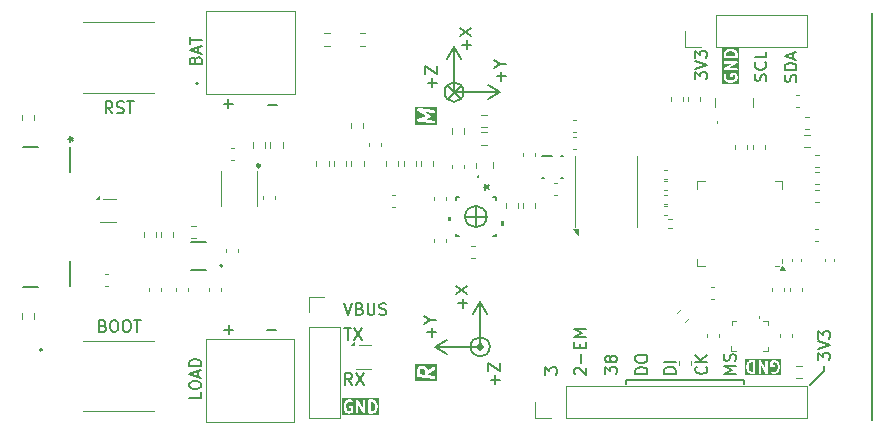
<source format=gto>
%TF.GenerationSoftware,KiCad,Pcbnew,8.0.2*%
%TF.CreationDate,2024-06-21T01:26:05+01:00*%
%TF.ProjectId,ESP32S3_PCB_V1,45535033-3253-4335-9f50-43425f56312e,1*%
%TF.SameCoordinates,Original*%
%TF.FileFunction,Legend,Top*%
%TF.FilePolarity,Positive*%
%FSLAX46Y46*%
G04 Gerber Fmt 4.6, Leading zero omitted, Abs format (unit mm)*
G04 Created by KiCad (PCBNEW 8.0.2) date 2024-06-21 01:26:05*
%MOMM*%
%LPD*%
G01*
G04 APERTURE LIST*
%ADD10C,0.153000*%
%ADD11C,0.200000*%
%ADD12C,0.250000*%
%ADD13C,0.120000*%
%ADD14C,0.100000*%
%ADD15C,0.350000*%
%ADD16C,0.152400*%
%ADD17C,0.000000*%
%ADD18C,0.177800*%
G04 APERTURE END LIST*
D10*
X153560220Y-94500000D02*
X151739780Y-94500000D01*
X165360000Y-108370000D02*
X175330000Y-108370000D01*
X182090000Y-107580000D02*
X182090000Y-107140000D01*
X165360000Y-108690000D02*
X165360000Y-108370000D01*
X180920000Y-108720000D02*
X182090000Y-107580000D01*
D11*
X153560220Y-94500000D02*
G75*
G02*
X151739780Y-94500000I-910220J0D01*
G01*
X151739780Y-94500000D02*
G75*
G02*
X153560220Y-94500000I910220J0D01*
G01*
X186175000Y-77300000D02*
X186175000Y-111700000D01*
D10*
X175330000Y-108370000D02*
X175330000Y-108700000D01*
X152650000Y-95410220D02*
X152650000Y-93589780D01*
D11*
G36*
X176114404Y-107633513D02*
G01*
X175995291Y-107634401D01*
X175887447Y-107599801D01*
X175820307Y-107534314D01*
X175784686Y-107465707D01*
X175741207Y-107298142D01*
X175739801Y-107179335D01*
X175780041Y-107012062D01*
X175815963Y-106937392D01*
X175883271Y-106868386D01*
X175986453Y-106832691D01*
X176112893Y-106831748D01*
X176114404Y-107633513D01*
G37*
G36*
X178519056Y-107943891D02*
G01*
X175430168Y-107943891D01*
X175430168Y-107161352D01*
X175541279Y-107161352D01*
X175542906Y-107298925D01*
X175541397Y-107309070D01*
X175543168Y-107321048D01*
X175543200Y-107323718D01*
X175543764Y-107325081D01*
X175544265Y-107328463D01*
X175591769Y-107511542D01*
X175592449Y-107521098D01*
X175598040Y-107535710D01*
X175598479Y-107537399D01*
X175598909Y-107537979D01*
X175599455Y-107539406D01*
X175648795Y-107634435D01*
X175653370Y-107645480D01*
X175656526Y-107649326D01*
X175657517Y-107651234D01*
X175659511Y-107652963D01*
X175665806Y-107660634D01*
X175751750Y-107744462D01*
X175752756Y-107746473D01*
X175762285Y-107754738D01*
X175776198Y-107768308D01*
X175779516Y-107769682D01*
X175782232Y-107772038D01*
X175800132Y-107780029D01*
X175943216Y-107825935D01*
X175955103Y-107830859D01*
X175960095Y-107831350D01*
X175962104Y-107831995D01*
X175964738Y-107831807D01*
X175974612Y-107832780D01*
X176232216Y-107830859D01*
X176268264Y-107815927D01*
X176295854Y-107788337D01*
X176310786Y-107752289D01*
X176312707Y-107732780D01*
X176310823Y-106732780D01*
X176588898Y-106732780D01*
X176590819Y-107752289D01*
X176605751Y-107788337D01*
X176633341Y-107815927D01*
X176669389Y-107830859D01*
X176708407Y-107830859D01*
X176744455Y-107815927D01*
X176772045Y-107788337D01*
X176786977Y-107752289D01*
X176788898Y-107732780D01*
X176787717Y-107106036D01*
X177172215Y-107776354D01*
X177177179Y-107788337D01*
X177181658Y-107792816D01*
X177184849Y-107798379D01*
X177195365Y-107806523D01*
X177204769Y-107815927D01*
X177210656Y-107818365D01*
X177215698Y-107822270D01*
X177228530Y-107825769D01*
X177240817Y-107830859D01*
X177247193Y-107830859D01*
X177253342Y-107832536D01*
X177266535Y-107830859D01*
X177279835Y-107830859D01*
X177285723Y-107828419D01*
X177292048Y-107827616D01*
X177303597Y-107821015D01*
X177315883Y-107815927D01*
X177320390Y-107811419D01*
X177325925Y-107808257D01*
X177334069Y-107797740D01*
X177343473Y-107788337D01*
X177345911Y-107782449D01*
X177349816Y-107777408D01*
X177353315Y-107764575D01*
X177358405Y-107752289D01*
X177359387Y-107742311D01*
X177360082Y-107739765D01*
X177359831Y-107737797D01*
X177360326Y-107732780D01*
X177358621Y-106828019D01*
X177588898Y-106828019D01*
X177590819Y-107180861D01*
X177605751Y-107216909D01*
X177633341Y-107244499D01*
X177669389Y-107259431D01*
X177688898Y-107261352D01*
X177898883Y-107259431D01*
X177934931Y-107244499D01*
X177962521Y-107216909D01*
X177977453Y-107180861D01*
X177977453Y-107141843D01*
X177962521Y-107105795D01*
X177934931Y-107078205D01*
X177898883Y-107063273D01*
X177879374Y-107061352D01*
X177788358Y-107062184D01*
X177787310Y-106869775D01*
X177788939Y-106868072D01*
X177891549Y-106832576D01*
X177955036Y-106831513D01*
X178061776Y-106865759D01*
X178128917Y-106931247D01*
X178164537Y-106999851D01*
X178208016Y-107167418D01*
X178209422Y-107286226D01*
X178169182Y-107453498D01*
X178133260Y-107528168D01*
X178065953Y-107597174D01*
X177962614Y-107632921D01*
X177857413Y-107634166D01*
X177762930Y-107588712D01*
X177724010Y-107585946D01*
X177686994Y-107598285D01*
X177657517Y-107623849D01*
X177640068Y-107658748D01*
X177637302Y-107697668D01*
X177649641Y-107734684D01*
X177675205Y-107764161D01*
X177691796Y-107774604D01*
X177774813Y-107814542D01*
X177776198Y-107815927D01*
X177786947Y-107820379D01*
X177805342Y-107829229D01*
X177808925Y-107829483D01*
X177812246Y-107830859D01*
X177831755Y-107832780D01*
X177974415Y-107831092D01*
X177987119Y-107831995D01*
X177992004Y-107830884D01*
X177994121Y-107830859D01*
X177996563Y-107829847D01*
X178006235Y-107827648D01*
X178134609Y-107783240D01*
X178136978Y-107783240D01*
X178148974Y-107778270D01*
X178166992Y-107772038D01*
X178169707Y-107769682D01*
X178173026Y-107768308D01*
X178188180Y-107755872D01*
X178282191Y-107659487D01*
X178291707Y-107651235D01*
X178294374Y-107646996D01*
X178295854Y-107645480D01*
X178296863Y-107643042D01*
X178302150Y-107634644D01*
X178345578Y-107544372D01*
X178350745Y-107537399D01*
X178355973Y-107522764D01*
X178356775Y-107521098D01*
X178356826Y-107520377D01*
X178357340Y-107518939D01*
X178401919Y-107333626D01*
X178406024Y-107323718D01*
X178407216Y-107311608D01*
X178407827Y-107309070D01*
X178407609Y-107307611D01*
X178407945Y-107304209D01*
X178406317Y-107166635D01*
X178407827Y-107156491D01*
X178406055Y-107144512D01*
X178406024Y-107141843D01*
X178405459Y-107140479D01*
X178404959Y-107137098D01*
X178357454Y-106954018D01*
X178356775Y-106944463D01*
X178351182Y-106929847D01*
X178350745Y-106928162D01*
X178350315Y-106927582D01*
X178349769Y-106926154D01*
X178300426Y-106831120D01*
X178295854Y-106820081D01*
X178292698Y-106816236D01*
X178291707Y-106814326D01*
X178289709Y-106812593D01*
X178283418Y-106804927D01*
X178197473Y-106721099D01*
X178196469Y-106719089D01*
X178186939Y-106710823D01*
X178173026Y-106697253D01*
X178169707Y-106695878D01*
X178166993Y-106693524D01*
X178149093Y-106685532D01*
X178006008Y-106639625D01*
X177994121Y-106634701D01*
X177989128Y-106634209D01*
X177987120Y-106633565D01*
X177984485Y-106633752D01*
X177974612Y-106632780D01*
X177878468Y-106634389D01*
X177866866Y-106633565D01*
X177862030Y-106634664D01*
X177859865Y-106634701D01*
X177857423Y-106635712D01*
X177847751Y-106637912D01*
X177719375Y-106682322D01*
X177717008Y-106682322D01*
X177705012Y-106687290D01*
X177686993Y-106693524D01*
X177684278Y-106695877D01*
X177680959Y-106697253D01*
X177665806Y-106709690D01*
X177605751Y-106772462D01*
X177590819Y-106808510D01*
X177588898Y-106828019D01*
X177358621Y-106828019D01*
X177358405Y-106713271D01*
X177343473Y-106677223D01*
X177315883Y-106649633D01*
X177279835Y-106634701D01*
X177240817Y-106634701D01*
X177204769Y-106649633D01*
X177177179Y-106677223D01*
X177162247Y-106713271D01*
X177160326Y-106732780D01*
X177161506Y-107359523D01*
X176777008Y-106689205D01*
X176772045Y-106677223D01*
X176767565Y-106672743D01*
X176764375Y-106667181D01*
X176753860Y-106659038D01*
X176744455Y-106649633D01*
X176738564Y-106647193D01*
X176733526Y-106643291D01*
X176720697Y-106639792D01*
X176708407Y-106634701D01*
X176702032Y-106634701D01*
X176695883Y-106633024D01*
X176682690Y-106634701D01*
X176669389Y-106634701D01*
X176663500Y-106637140D01*
X176657176Y-106637944D01*
X176645626Y-106644544D01*
X176633341Y-106649633D01*
X176628833Y-106654140D01*
X176623299Y-106657303D01*
X176615156Y-106667817D01*
X176605751Y-106677223D01*
X176603311Y-106683113D01*
X176599409Y-106688152D01*
X176595910Y-106700980D01*
X176590819Y-106713271D01*
X176589836Y-106723248D01*
X176589142Y-106725795D01*
X176589392Y-106727762D01*
X176588898Y-106732780D01*
X176310823Y-106732780D01*
X176310786Y-106713271D01*
X176295854Y-106677223D01*
X176268264Y-106649633D01*
X176232216Y-106634701D01*
X176212707Y-106632780D01*
X175975905Y-106634545D01*
X175962104Y-106633565D01*
X175957176Y-106634685D01*
X175955103Y-106634701D01*
X175952661Y-106635712D01*
X175942989Y-106637912D01*
X175814616Y-106682321D01*
X175812246Y-106682321D01*
X175800242Y-106687293D01*
X175782231Y-106693524D01*
X175779516Y-106695878D01*
X175776198Y-106697253D01*
X175761044Y-106709689D01*
X175667027Y-106806078D01*
X175657517Y-106814327D01*
X175654850Y-106818563D01*
X175653370Y-106820081D01*
X175652359Y-106822520D01*
X175647074Y-106830917D01*
X175603645Y-106921188D01*
X175598479Y-106928162D01*
X175593251Y-106942794D01*
X175592449Y-106944463D01*
X175592397Y-106945185D01*
X175591884Y-106946623D01*
X175547304Y-107131933D01*
X175543200Y-107141843D01*
X175542007Y-107153952D01*
X175541397Y-107156491D01*
X175541614Y-107157949D01*
X175541279Y-107161352D01*
X175430168Y-107161352D01*
X175430168Y-106521669D01*
X178519056Y-106521669D01*
X178519056Y-107943891D01*
G37*
X142171101Y-108737219D02*
X141837768Y-108261028D01*
X141599673Y-108737219D02*
X141599673Y-107737219D01*
X141599673Y-107737219D02*
X141980625Y-107737219D01*
X141980625Y-107737219D02*
X142075863Y-107784838D01*
X142075863Y-107784838D02*
X142123482Y-107832457D01*
X142123482Y-107832457D02*
X142171101Y-107927695D01*
X142171101Y-107927695D02*
X142171101Y-108070552D01*
X142171101Y-108070552D02*
X142123482Y-108165790D01*
X142123482Y-108165790D02*
X142075863Y-108213409D01*
X142075863Y-108213409D02*
X141980625Y-108261028D01*
X141980625Y-108261028D02*
X141599673Y-108261028D01*
X142504435Y-107737219D02*
X143171101Y-108737219D01*
X143171101Y-107737219D02*
X142504435Y-108737219D01*
X161062457Y-107857945D02*
X161014838Y-107810326D01*
X161014838Y-107810326D02*
X160967219Y-107715088D01*
X160967219Y-107715088D02*
X160967219Y-107476993D01*
X160967219Y-107476993D02*
X161014838Y-107381755D01*
X161014838Y-107381755D02*
X161062457Y-107334136D01*
X161062457Y-107334136D02*
X161157695Y-107286517D01*
X161157695Y-107286517D02*
X161252933Y-107286517D01*
X161252933Y-107286517D02*
X161395790Y-107334136D01*
X161395790Y-107334136D02*
X161967219Y-107905564D01*
X161967219Y-107905564D02*
X161967219Y-107286517D01*
X161586266Y-106857945D02*
X161586266Y-106096041D01*
X161443409Y-105619850D02*
X161443409Y-105286517D01*
X161967219Y-105143660D02*
X161967219Y-105619850D01*
X161967219Y-105619850D02*
X160967219Y-105619850D01*
X160967219Y-105619850D02*
X160967219Y-105143660D01*
X161967219Y-104715088D02*
X160967219Y-104715088D01*
X160967219Y-104715088D02*
X161681504Y-104381755D01*
X161681504Y-104381755D02*
X160967219Y-104048422D01*
X160967219Y-104048422D02*
X161967219Y-104048422D01*
X163597219Y-107835564D02*
X163597219Y-107216517D01*
X163597219Y-107216517D02*
X163978171Y-107549850D01*
X163978171Y-107549850D02*
X163978171Y-107406993D01*
X163978171Y-107406993D02*
X164025790Y-107311755D01*
X164025790Y-107311755D02*
X164073409Y-107264136D01*
X164073409Y-107264136D02*
X164168647Y-107216517D01*
X164168647Y-107216517D02*
X164406742Y-107216517D01*
X164406742Y-107216517D02*
X164501980Y-107264136D01*
X164501980Y-107264136D02*
X164549600Y-107311755D01*
X164549600Y-107311755D02*
X164597219Y-107406993D01*
X164597219Y-107406993D02*
X164597219Y-107692707D01*
X164597219Y-107692707D02*
X164549600Y-107787945D01*
X164549600Y-107787945D02*
X164501980Y-107835564D01*
X164025790Y-106645088D02*
X163978171Y-106740326D01*
X163978171Y-106740326D02*
X163930552Y-106787945D01*
X163930552Y-106787945D02*
X163835314Y-106835564D01*
X163835314Y-106835564D02*
X163787695Y-106835564D01*
X163787695Y-106835564D02*
X163692457Y-106787945D01*
X163692457Y-106787945D02*
X163644838Y-106740326D01*
X163644838Y-106740326D02*
X163597219Y-106645088D01*
X163597219Y-106645088D02*
X163597219Y-106454612D01*
X163597219Y-106454612D02*
X163644838Y-106359374D01*
X163644838Y-106359374D02*
X163692457Y-106311755D01*
X163692457Y-106311755D02*
X163787695Y-106264136D01*
X163787695Y-106264136D02*
X163835314Y-106264136D01*
X163835314Y-106264136D02*
X163930552Y-106311755D01*
X163930552Y-106311755D02*
X163978171Y-106359374D01*
X163978171Y-106359374D02*
X164025790Y-106454612D01*
X164025790Y-106454612D02*
X164025790Y-106645088D01*
X164025790Y-106645088D02*
X164073409Y-106740326D01*
X164073409Y-106740326D02*
X164121028Y-106787945D01*
X164121028Y-106787945D02*
X164216266Y-106835564D01*
X164216266Y-106835564D02*
X164406742Y-106835564D01*
X164406742Y-106835564D02*
X164501980Y-106787945D01*
X164501980Y-106787945D02*
X164549600Y-106740326D01*
X164549600Y-106740326D02*
X164597219Y-106645088D01*
X164597219Y-106645088D02*
X164597219Y-106454612D01*
X164597219Y-106454612D02*
X164549600Y-106359374D01*
X164549600Y-106359374D02*
X164501980Y-106311755D01*
X164501980Y-106311755D02*
X164406742Y-106264136D01*
X164406742Y-106264136D02*
X164216266Y-106264136D01*
X164216266Y-106264136D02*
X164121028Y-106311755D01*
X164121028Y-106311755D02*
X164073409Y-106359374D01*
X164073409Y-106359374D02*
X164025790Y-106454612D01*
X172151980Y-107208898D02*
X172199600Y-107256517D01*
X172199600Y-107256517D02*
X172247219Y-107399374D01*
X172247219Y-107399374D02*
X172247219Y-107494612D01*
X172247219Y-107494612D02*
X172199600Y-107637469D01*
X172199600Y-107637469D02*
X172104361Y-107732707D01*
X172104361Y-107732707D02*
X172009123Y-107780326D01*
X172009123Y-107780326D02*
X171818647Y-107827945D01*
X171818647Y-107827945D02*
X171675790Y-107827945D01*
X171675790Y-107827945D02*
X171485314Y-107780326D01*
X171485314Y-107780326D02*
X171390076Y-107732707D01*
X171390076Y-107732707D02*
X171294838Y-107637469D01*
X171294838Y-107637469D02*
X171247219Y-107494612D01*
X171247219Y-107494612D02*
X171247219Y-107399374D01*
X171247219Y-107399374D02*
X171294838Y-107256517D01*
X171294838Y-107256517D02*
X171342457Y-107208898D01*
X172247219Y-106780326D02*
X171247219Y-106780326D01*
X172247219Y-106208898D02*
X171675790Y-106637469D01*
X171247219Y-106208898D02*
X171818647Y-106780326D01*
X131696266Y-85340326D02*
X131696266Y-84578422D01*
X132077219Y-84959374D02*
X131315314Y-84959374D01*
X179739600Y-83077945D02*
X179787219Y-82935088D01*
X179787219Y-82935088D02*
X179787219Y-82696993D01*
X179787219Y-82696993D02*
X179739600Y-82601755D01*
X179739600Y-82601755D02*
X179691980Y-82554136D01*
X179691980Y-82554136D02*
X179596742Y-82506517D01*
X179596742Y-82506517D02*
X179501504Y-82506517D01*
X179501504Y-82506517D02*
X179406266Y-82554136D01*
X179406266Y-82554136D02*
X179358647Y-82601755D01*
X179358647Y-82601755D02*
X179311028Y-82696993D01*
X179311028Y-82696993D02*
X179263409Y-82887469D01*
X179263409Y-82887469D02*
X179215790Y-82982707D01*
X179215790Y-82982707D02*
X179168171Y-83030326D01*
X179168171Y-83030326D02*
X179072933Y-83077945D01*
X179072933Y-83077945D02*
X178977695Y-83077945D01*
X178977695Y-83077945D02*
X178882457Y-83030326D01*
X178882457Y-83030326D02*
X178834838Y-82982707D01*
X178834838Y-82982707D02*
X178787219Y-82887469D01*
X178787219Y-82887469D02*
X178787219Y-82649374D01*
X178787219Y-82649374D02*
X178834838Y-82506517D01*
X179787219Y-82077945D02*
X178787219Y-82077945D01*
X178787219Y-82077945D02*
X178787219Y-81839850D01*
X178787219Y-81839850D02*
X178834838Y-81696993D01*
X178834838Y-81696993D02*
X178930076Y-81601755D01*
X178930076Y-81601755D02*
X179025314Y-81554136D01*
X179025314Y-81554136D02*
X179215790Y-81506517D01*
X179215790Y-81506517D02*
X179358647Y-81506517D01*
X179358647Y-81506517D02*
X179549123Y-81554136D01*
X179549123Y-81554136D02*
X179644361Y-81601755D01*
X179644361Y-81601755D02*
X179739600Y-81696993D01*
X179739600Y-81696993D02*
X179787219Y-81839850D01*
X179787219Y-81839850D02*
X179787219Y-82077945D01*
X179501504Y-81125564D02*
X179501504Y-80649374D01*
X179787219Y-81220802D02*
X178787219Y-80887469D01*
X178787219Y-80887469D02*
X179787219Y-80554136D01*
X174657219Y-107800326D02*
X173657219Y-107800326D01*
X173657219Y-107800326D02*
X174371504Y-107466993D01*
X174371504Y-107466993D02*
X173657219Y-107133660D01*
X173657219Y-107133660D02*
X174657219Y-107133660D01*
X174609600Y-106705088D02*
X174657219Y-106562231D01*
X174657219Y-106562231D02*
X174657219Y-106324136D01*
X174657219Y-106324136D02*
X174609600Y-106228898D01*
X174609600Y-106228898D02*
X174561980Y-106181279D01*
X174561980Y-106181279D02*
X174466742Y-106133660D01*
X174466742Y-106133660D02*
X174371504Y-106133660D01*
X174371504Y-106133660D02*
X174276266Y-106181279D01*
X174276266Y-106181279D02*
X174228647Y-106228898D01*
X174228647Y-106228898D02*
X174181028Y-106324136D01*
X174181028Y-106324136D02*
X174133409Y-106514612D01*
X174133409Y-106514612D02*
X174085790Y-106609850D01*
X174085790Y-106609850D02*
X174038171Y-106657469D01*
X174038171Y-106657469D02*
X173942933Y-106705088D01*
X173942933Y-106705088D02*
X173847695Y-106705088D01*
X173847695Y-106705088D02*
X173752457Y-106657469D01*
X173752457Y-106657469D02*
X173704838Y-106609850D01*
X173704838Y-106609850D02*
X173657219Y-106514612D01*
X173657219Y-106514612D02*
X173657219Y-106276517D01*
X173657219Y-106276517D02*
X173704838Y-106133660D01*
X181627219Y-106635564D02*
X181627219Y-106016517D01*
X181627219Y-106016517D02*
X182008171Y-106349850D01*
X182008171Y-106349850D02*
X182008171Y-106206993D01*
X182008171Y-106206993D02*
X182055790Y-106111755D01*
X182055790Y-106111755D02*
X182103409Y-106064136D01*
X182103409Y-106064136D02*
X182198647Y-106016517D01*
X182198647Y-106016517D02*
X182436742Y-106016517D01*
X182436742Y-106016517D02*
X182531980Y-106064136D01*
X182531980Y-106064136D02*
X182579600Y-106111755D01*
X182579600Y-106111755D02*
X182627219Y-106206993D01*
X182627219Y-106206993D02*
X182627219Y-106492707D01*
X182627219Y-106492707D02*
X182579600Y-106587945D01*
X182579600Y-106587945D02*
X182531980Y-106635564D01*
X181627219Y-105730802D02*
X182627219Y-105397469D01*
X182627219Y-105397469D02*
X181627219Y-105064136D01*
X181627219Y-104826040D02*
X181627219Y-104206993D01*
X181627219Y-104206993D02*
X182008171Y-104540326D01*
X182008171Y-104540326D02*
X182008171Y-104397469D01*
X182008171Y-104397469D02*
X182055790Y-104302231D01*
X182055790Y-104302231D02*
X182103409Y-104254612D01*
X182103409Y-104254612D02*
X182198647Y-104206993D01*
X182198647Y-104206993D02*
X182436742Y-104206993D01*
X182436742Y-104206993D02*
X182531980Y-104254612D01*
X182531980Y-104254612D02*
X182579600Y-104302231D01*
X182579600Y-104302231D02*
X182627219Y-104397469D01*
X182627219Y-104397469D02*
X182627219Y-104683183D01*
X182627219Y-104683183D02*
X182579600Y-104778421D01*
X182579600Y-104778421D02*
X182531980Y-104826040D01*
X134939673Y-104136266D02*
X135701578Y-104136266D01*
X167167219Y-107810326D02*
X166167219Y-107810326D01*
X166167219Y-107810326D02*
X166167219Y-107572231D01*
X166167219Y-107572231D02*
X166214838Y-107429374D01*
X166214838Y-107429374D02*
X166310076Y-107334136D01*
X166310076Y-107334136D02*
X166405314Y-107286517D01*
X166405314Y-107286517D02*
X166595790Y-107238898D01*
X166595790Y-107238898D02*
X166738647Y-107238898D01*
X166738647Y-107238898D02*
X166929123Y-107286517D01*
X166929123Y-107286517D02*
X167024361Y-107334136D01*
X167024361Y-107334136D02*
X167119600Y-107429374D01*
X167119600Y-107429374D02*
X167167219Y-107572231D01*
X167167219Y-107572231D02*
X167167219Y-107810326D01*
X166167219Y-106619850D02*
X166167219Y-106429374D01*
X166167219Y-106429374D02*
X166214838Y-106334136D01*
X166214838Y-106334136D02*
X166310076Y-106238898D01*
X166310076Y-106238898D02*
X166500552Y-106191279D01*
X166500552Y-106191279D02*
X166833885Y-106191279D01*
X166833885Y-106191279D02*
X167024361Y-106238898D01*
X167024361Y-106238898D02*
X167119600Y-106334136D01*
X167119600Y-106334136D02*
X167167219Y-106429374D01*
X167167219Y-106429374D02*
X167167219Y-106619850D01*
X167167219Y-106619850D02*
X167119600Y-106715088D01*
X167119600Y-106715088D02*
X167024361Y-106810326D01*
X167024361Y-106810326D02*
X166833885Y-106857945D01*
X166833885Y-106857945D02*
X166500552Y-106857945D01*
X166500552Y-106857945D02*
X166310076Y-106810326D01*
X166310076Y-106810326D02*
X166214838Y-106715088D01*
X166214838Y-106715088D02*
X166167219Y-106619850D01*
G36*
X143982551Y-110210198D02*
G01*
X144049692Y-110275685D01*
X144085312Y-110344289D01*
X144128791Y-110511856D01*
X144130197Y-110630664D01*
X144089957Y-110797936D01*
X144054035Y-110872606D01*
X143986726Y-110941614D01*
X143883544Y-110977307D01*
X143757105Y-110978250D01*
X143755594Y-110176485D01*
X143874706Y-110175597D01*
X143982551Y-110210198D01*
G37*
G36*
X144439831Y-111288330D02*
G01*
X141350943Y-111288330D01*
X141350943Y-110505790D01*
X141462054Y-110505790D01*
X141463681Y-110643363D01*
X141462172Y-110653508D01*
X141463943Y-110665486D01*
X141463975Y-110668156D01*
X141464539Y-110669519D01*
X141465040Y-110672901D01*
X141512544Y-110855980D01*
X141513224Y-110865536D01*
X141518815Y-110880148D01*
X141519254Y-110881837D01*
X141519684Y-110882417D01*
X141520230Y-110883844D01*
X141569566Y-110978866D01*
X141574144Y-110989918D01*
X141577302Y-110993766D01*
X141578292Y-110995672D01*
X141580286Y-110997401D01*
X141586581Y-111005071D01*
X141672526Y-111088902D01*
X141673531Y-111090912D01*
X141683055Y-111099172D01*
X141696972Y-111112747D01*
X141700291Y-111114122D01*
X141703007Y-111116477D01*
X141720907Y-111124468D01*
X141863991Y-111170374D01*
X141875878Y-111175298D01*
X141880870Y-111175789D01*
X141882879Y-111176434D01*
X141885513Y-111176246D01*
X141895387Y-111177219D01*
X141991529Y-111175609D01*
X142003132Y-111176434D01*
X142007968Y-111175334D01*
X142010134Y-111175298D01*
X142012576Y-111174286D01*
X142022248Y-111172087D01*
X142150625Y-111127678D01*
X142152992Y-111127678D01*
X142164984Y-111122710D01*
X142183005Y-111116477D01*
X142185720Y-111114122D01*
X142189040Y-111112747D01*
X142204193Y-111100310D01*
X142264249Y-111037537D01*
X142279180Y-111001488D01*
X142281101Y-110981980D01*
X142279180Y-110629138D01*
X142264248Y-110593090D01*
X142236658Y-110565500D01*
X142200610Y-110550568D01*
X142181101Y-110548647D01*
X141971116Y-110550568D01*
X141935068Y-110565500D01*
X141907478Y-110593090D01*
X141892546Y-110629138D01*
X141892546Y-110668156D01*
X141907478Y-110704204D01*
X141935068Y-110731794D01*
X141971116Y-110746726D01*
X141990625Y-110748647D01*
X142081640Y-110747814D01*
X142082688Y-110940224D01*
X142081059Y-110941927D01*
X141978448Y-110977422D01*
X141914961Y-110978485D01*
X141808221Y-110944240D01*
X141741082Y-110878752D01*
X141705461Y-110810145D01*
X141661982Y-110642580D01*
X141660576Y-110523773D01*
X141700816Y-110356500D01*
X141736738Y-110281830D01*
X141804045Y-110212824D01*
X141907384Y-110177077D01*
X142012585Y-110175832D01*
X142107069Y-110221287D01*
X142145989Y-110224053D01*
X142183005Y-110211714D01*
X142212482Y-110186149D01*
X142229931Y-110151251D01*
X142232696Y-110112331D01*
X142220993Y-110077219D01*
X142509673Y-110077219D01*
X142511594Y-111096728D01*
X142526526Y-111132776D01*
X142554116Y-111160366D01*
X142590164Y-111175298D01*
X142629182Y-111175298D01*
X142665230Y-111160366D01*
X142692820Y-111132776D01*
X142707752Y-111096728D01*
X142709673Y-111077219D01*
X142708492Y-110450475D01*
X143092990Y-111120793D01*
X143097954Y-111132776D01*
X143102433Y-111137255D01*
X143105624Y-111142818D01*
X143116140Y-111150962D01*
X143125544Y-111160366D01*
X143131431Y-111162804D01*
X143136473Y-111166709D01*
X143149305Y-111170208D01*
X143161592Y-111175298D01*
X143167968Y-111175298D01*
X143174117Y-111176975D01*
X143187310Y-111175298D01*
X143200610Y-111175298D01*
X143206498Y-111172858D01*
X143212823Y-111172055D01*
X143224372Y-111165454D01*
X143236658Y-111160366D01*
X143241165Y-111155858D01*
X143246700Y-111152696D01*
X143254844Y-111142179D01*
X143264248Y-111132776D01*
X143266686Y-111126888D01*
X143270591Y-111121847D01*
X143274090Y-111109014D01*
X143279180Y-111096728D01*
X143280162Y-111086750D01*
X143280857Y-111084204D01*
X143280606Y-111082236D01*
X143281101Y-111077219D01*
X143279217Y-110077219D01*
X143557292Y-110077219D01*
X143559213Y-111096728D01*
X143574145Y-111132776D01*
X143601735Y-111160366D01*
X143637783Y-111175298D01*
X143657292Y-111177219D01*
X143894092Y-111175453D01*
X143907894Y-111176434D01*
X143912821Y-111175313D01*
X143914896Y-111175298D01*
X143917338Y-111174286D01*
X143927010Y-111172087D01*
X144055387Y-111127678D01*
X144057754Y-111127678D01*
X144069746Y-111122710D01*
X144087767Y-111116477D01*
X144090482Y-111114122D01*
X144093802Y-111112747D01*
X144108955Y-111100310D01*
X144202972Y-111003920D01*
X144212482Y-110995673D01*
X144215148Y-110991437D01*
X144216630Y-110989918D01*
X144217641Y-110987476D01*
X144222925Y-110979082D01*
X144266353Y-110888810D01*
X144271520Y-110881837D01*
X144276748Y-110867202D01*
X144277550Y-110865536D01*
X144277601Y-110864815D01*
X144278115Y-110863377D01*
X144322694Y-110678064D01*
X144326799Y-110668156D01*
X144327991Y-110656046D01*
X144328602Y-110653508D01*
X144328384Y-110652049D01*
X144328720Y-110648647D01*
X144327092Y-110511073D01*
X144328602Y-110500929D01*
X144326830Y-110488950D01*
X144326799Y-110486281D01*
X144326234Y-110484917D01*
X144325734Y-110481536D01*
X144278229Y-110298456D01*
X144277550Y-110288901D01*
X144271957Y-110274285D01*
X144271520Y-110272600D01*
X144271090Y-110272020D01*
X144270544Y-110270592D01*
X144221201Y-110175558D01*
X144216629Y-110164519D01*
X144213473Y-110160674D01*
X144212482Y-110158764D01*
X144210484Y-110157031D01*
X144204193Y-110149365D01*
X144118248Y-110065536D01*
X144117243Y-110063526D01*
X144107713Y-110055260D01*
X144093801Y-110041691D01*
X144090482Y-110040316D01*
X144087767Y-110037961D01*
X144069866Y-110029970D01*
X143926786Y-109984065D01*
X143914896Y-109979140D01*
X143909902Y-109978648D01*
X143907894Y-109978004D01*
X143905260Y-109978191D01*
X143895387Y-109977219D01*
X143637783Y-109979140D01*
X143601735Y-109994072D01*
X143574145Y-110021662D01*
X143559213Y-110057710D01*
X143557292Y-110077219D01*
X143279217Y-110077219D01*
X143279180Y-110057710D01*
X143264248Y-110021662D01*
X143236658Y-109994072D01*
X143200610Y-109979140D01*
X143161592Y-109979140D01*
X143125544Y-109994072D01*
X143097954Y-110021662D01*
X143083022Y-110057710D01*
X143081101Y-110077219D01*
X143082281Y-110703962D01*
X142697783Y-110033644D01*
X142692820Y-110021662D01*
X142688340Y-110017182D01*
X142685150Y-110011620D01*
X142674635Y-110003477D01*
X142665230Y-109994072D01*
X142659339Y-109991632D01*
X142654301Y-109987730D01*
X142641472Y-109984231D01*
X142629182Y-109979140D01*
X142622807Y-109979140D01*
X142616658Y-109977463D01*
X142603465Y-109979140D01*
X142590164Y-109979140D01*
X142584275Y-109981579D01*
X142577951Y-109982383D01*
X142566401Y-109988983D01*
X142554116Y-109994072D01*
X142549608Y-109998579D01*
X142544074Y-110001742D01*
X142535931Y-110012256D01*
X142526526Y-110021662D01*
X142524086Y-110027552D01*
X142520184Y-110032591D01*
X142516685Y-110045419D01*
X142511594Y-110057710D01*
X142510611Y-110067687D01*
X142509917Y-110070234D01*
X142510167Y-110072201D01*
X142509673Y-110077219D01*
X142220993Y-110077219D01*
X142220358Y-110075315D01*
X142194793Y-110045838D01*
X142178203Y-110035395D01*
X142095185Y-109995456D01*
X142093801Y-109994072D01*
X142083051Y-109989619D01*
X142064657Y-109980770D01*
X142061073Y-109980515D01*
X142057753Y-109979140D01*
X142038244Y-109977219D01*
X141895583Y-109978906D01*
X141882879Y-109978004D01*
X141877993Y-109979114D01*
X141875878Y-109979140D01*
X141873436Y-109980151D01*
X141863764Y-109982351D01*
X141735390Y-110026759D01*
X141733021Y-110026759D01*
X141721024Y-110031728D01*
X141703007Y-110037961D01*
X141700291Y-110040316D01*
X141696973Y-110041691D01*
X141681819Y-110054127D01*
X141587802Y-110150516D01*
X141578292Y-110158765D01*
X141575625Y-110163001D01*
X141574145Y-110164519D01*
X141573134Y-110166958D01*
X141567849Y-110175355D01*
X141524420Y-110265626D01*
X141519254Y-110272600D01*
X141514026Y-110287232D01*
X141513224Y-110288901D01*
X141513172Y-110289623D01*
X141512659Y-110291061D01*
X141468079Y-110476371D01*
X141463975Y-110486281D01*
X141462782Y-110498390D01*
X141462172Y-110500929D01*
X141462389Y-110502387D01*
X141462054Y-110505790D01*
X141350943Y-110505790D01*
X141350943Y-109866108D01*
X144439831Y-109866108D01*
X144439831Y-111288330D01*
G37*
X141516816Y-103937219D02*
X142088244Y-103937219D01*
X141802530Y-104937219D02*
X141802530Y-103937219D01*
X142326340Y-103937219D02*
X142993006Y-104937219D01*
X142993006Y-103937219D02*
X142326340Y-104937219D01*
G36*
X174447936Y-80540041D02*
G01*
X174522607Y-80575964D01*
X174591613Y-80643272D01*
X174627307Y-80746454D01*
X174628250Y-80872893D01*
X173826485Y-80874404D01*
X173825597Y-80755292D01*
X173860198Y-80647447D01*
X173925685Y-80580306D01*
X173994289Y-80544686D01*
X174161856Y-80501207D01*
X174280663Y-80499801D01*
X174447936Y-80540041D01*
G37*
G36*
X174938330Y-83279056D02*
G01*
X173516108Y-83279056D01*
X173516108Y-82591755D01*
X173627219Y-82591755D01*
X173628906Y-82734415D01*
X173628004Y-82747119D01*
X173629114Y-82752004D01*
X173629140Y-82754121D01*
X173630151Y-82756563D01*
X173632351Y-82766235D01*
X173676759Y-82894609D01*
X173676759Y-82896978D01*
X173681728Y-82908974D01*
X173687961Y-82926992D01*
X173690316Y-82929707D01*
X173691691Y-82933026D01*
X173704127Y-82948180D01*
X173800511Y-83042191D01*
X173808764Y-83051707D01*
X173813002Y-83054374D01*
X173814519Y-83055854D01*
X173816956Y-83056863D01*
X173825355Y-83062150D01*
X173915626Y-83105578D01*
X173922600Y-83110745D01*
X173937234Y-83115973D01*
X173938901Y-83116775D01*
X173939621Y-83116826D01*
X173941060Y-83117340D01*
X174126372Y-83161919D01*
X174136281Y-83166024D01*
X174148390Y-83167216D01*
X174150929Y-83167827D01*
X174152387Y-83167609D01*
X174155790Y-83167945D01*
X174293363Y-83166317D01*
X174303508Y-83167827D01*
X174315486Y-83166055D01*
X174318156Y-83166024D01*
X174319519Y-83165459D01*
X174322901Y-83164959D01*
X174505980Y-83117454D01*
X174515536Y-83116775D01*
X174530148Y-83111183D01*
X174531837Y-83110745D01*
X174532417Y-83110314D01*
X174533844Y-83109769D01*
X174628866Y-83060432D01*
X174639918Y-83055855D01*
X174643766Y-83052696D01*
X174645672Y-83051707D01*
X174647401Y-83049712D01*
X174655071Y-83043418D01*
X174738902Y-82957472D01*
X174740912Y-82956468D01*
X174749172Y-82946943D01*
X174762747Y-82933027D01*
X174764122Y-82929707D01*
X174766477Y-82926992D01*
X174774468Y-82909092D01*
X174820374Y-82766007D01*
X174825298Y-82754121D01*
X174825789Y-82749128D01*
X174826434Y-82747120D01*
X174826246Y-82744485D01*
X174827219Y-82734612D01*
X174825609Y-82638468D01*
X174826434Y-82626866D01*
X174825334Y-82622030D01*
X174825298Y-82619865D01*
X174824286Y-82617423D01*
X174822087Y-82607751D01*
X174777678Y-82479373D01*
X174777678Y-82477007D01*
X174772710Y-82465014D01*
X174766477Y-82446994D01*
X174764122Y-82444278D01*
X174762747Y-82440959D01*
X174750310Y-82425805D01*
X174687537Y-82365750D01*
X174662046Y-82355192D01*
X174651489Y-82350819D01*
X174631980Y-82348898D01*
X174279138Y-82350819D01*
X174243090Y-82365751D01*
X174215500Y-82393341D01*
X174200568Y-82429389D01*
X174198647Y-82448898D01*
X174200568Y-82658883D01*
X174215500Y-82694931D01*
X174243090Y-82722521D01*
X174279138Y-82737453D01*
X174318156Y-82737453D01*
X174354204Y-82722521D01*
X174381794Y-82694931D01*
X174396726Y-82658883D01*
X174398647Y-82639374D01*
X174397814Y-82548358D01*
X174590224Y-82547310D01*
X174591926Y-82548938D01*
X174627422Y-82651550D01*
X174628485Y-82715037D01*
X174594240Y-82821777D01*
X174528752Y-82888916D01*
X174460145Y-82924537D01*
X174292580Y-82968016D01*
X174173772Y-82969422D01*
X174006500Y-82929182D01*
X173931830Y-82893260D01*
X173862824Y-82825953D01*
X173827077Y-82722614D01*
X173825832Y-82617413D01*
X173871287Y-82522930D01*
X173874053Y-82484010D01*
X173861714Y-82446994D01*
X173836149Y-82417517D01*
X173801251Y-82400068D01*
X173762331Y-82397303D01*
X173725315Y-82409641D01*
X173695838Y-82435206D01*
X173685395Y-82451796D01*
X173645456Y-82534813D01*
X173644072Y-82536198D01*
X173639619Y-82546947D01*
X173630770Y-82565342D01*
X173630515Y-82568925D01*
X173629140Y-82572246D01*
X173627219Y-82591755D01*
X173516108Y-82591755D01*
X173516108Y-82013341D01*
X173627463Y-82013341D01*
X173629140Y-82026534D01*
X173629140Y-82039835D01*
X173631579Y-82045723D01*
X173632383Y-82052048D01*
X173638983Y-82063597D01*
X173644072Y-82075883D01*
X173648579Y-82080390D01*
X173651742Y-82085925D01*
X173662256Y-82094067D01*
X173671662Y-82103473D01*
X173677552Y-82105912D01*
X173682591Y-82109815D01*
X173695419Y-82113313D01*
X173707710Y-82118405D01*
X173717687Y-82119387D01*
X173720234Y-82120082D01*
X173722201Y-82119831D01*
X173727219Y-82120326D01*
X174746728Y-82118405D01*
X174782776Y-82103473D01*
X174810366Y-82075883D01*
X174825298Y-82039835D01*
X174825298Y-82000817D01*
X174810366Y-81964769D01*
X174782776Y-81937179D01*
X174746728Y-81922247D01*
X174727219Y-81920326D01*
X174100475Y-81921506D01*
X174770793Y-81537008D01*
X174782776Y-81532045D01*
X174787255Y-81527565D01*
X174792818Y-81524375D01*
X174800962Y-81513858D01*
X174810366Y-81504455D01*
X174812804Y-81498567D01*
X174816709Y-81493526D01*
X174820208Y-81480693D01*
X174825298Y-81468407D01*
X174825298Y-81462031D01*
X174826975Y-81455882D01*
X174825298Y-81442688D01*
X174825298Y-81429389D01*
X174822858Y-81423500D01*
X174822055Y-81417176D01*
X174815454Y-81405626D01*
X174810366Y-81393341D01*
X174805858Y-81388833D01*
X174802696Y-81383299D01*
X174792179Y-81375154D01*
X174782776Y-81365751D01*
X174776888Y-81363312D01*
X174771847Y-81359408D01*
X174759014Y-81355908D01*
X174746728Y-81350819D01*
X174736750Y-81349836D01*
X174734204Y-81349142D01*
X174732236Y-81349392D01*
X174727219Y-81348898D01*
X173707710Y-81350819D01*
X173671662Y-81365751D01*
X173644072Y-81393341D01*
X173629140Y-81429389D01*
X173629140Y-81468407D01*
X173644072Y-81504455D01*
X173671662Y-81532045D01*
X173707710Y-81546977D01*
X173727219Y-81548898D01*
X174353962Y-81547717D01*
X173683644Y-81932215D01*
X173671662Y-81937179D01*
X173667182Y-81941658D01*
X173661620Y-81944849D01*
X173653477Y-81955363D01*
X173644072Y-81964769D01*
X173641632Y-81970659D01*
X173637730Y-81975698D01*
X173634231Y-81988526D01*
X173629140Y-82000817D01*
X173629140Y-82007192D01*
X173627463Y-82013341D01*
X173516108Y-82013341D01*
X173516108Y-80734612D01*
X173627219Y-80734612D01*
X173629140Y-80992216D01*
X173644072Y-81028264D01*
X173671662Y-81055854D01*
X173707710Y-81070786D01*
X173727219Y-81072707D01*
X174746728Y-81070786D01*
X174782776Y-81055854D01*
X174810366Y-81028264D01*
X174825298Y-80992216D01*
X174827219Y-80972707D01*
X174825453Y-80735905D01*
X174826434Y-80722104D01*
X174825313Y-80717176D01*
X174825298Y-80715103D01*
X174824286Y-80712661D01*
X174822087Y-80702989D01*
X174777679Y-80574614D01*
X174777679Y-80572246D01*
X174772708Y-80560247D01*
X174766477Y-80542232D01*
X174764122Y-80539516D01*
X174762747Y-80536197D01*
X174750311Y-80521044D01*
X174653915Y-80427021D01*
X174645672Y-80417517D01*
X174641438Y-80414852D01*
X174639918Y-80413369D01*
X174637474Y-80412356D01*
X174629082Y-80407074D01*
X174538810Y-80363645D01*
X174531837Y-80358479D01*
X174517204Y-80353251D01*
X174515536Y-80352449D01*
X174514813Y-80352397D01*
X174513376Y-80351884D01*
X174328065Y-80307304D01*
X174318156Y-80303200D01*
X174306046Y-80302007D01*
X174303508Y-80301397D01*
X174302049Y-80301614D01*
X174298647Y-80301279D01*
X174161073Y-80302906D01*
X174150929Y-80301397D01*
X174138950Y-80303168D01*
X174136281Y-80303200D01*
X174134917Y-80303764D01*
X174131536Y-80304265D01*
X173948456Y-80351769D01*
X173938901Y-80352449D01*
X173924285Y-80358041D01*
X173922600Y-80358479D01*
X173922020Y-80358908D01*
X173920592Y-80359455D01*
X173825558Y-80408797D01*
X173814519Y-80413370D01*
X173810674Y-80416525D01*
X173808764Y-80417517D01*
X173807031Y-80419514D01*
X173799365Y-80425806D01*
X173715536Y-80511750D01*
X173713526Y-80512756D01*
X173705260Y-80522285D01*
X173691691Y-80536198D01*
X173690316Y-80539516D01*
X173687961Y-80542232D01*
X173679970Y-80560133D01*
X173634065Y-80703212D01*
X173629140Y-80715103D01*
X173628648Y-80720096D01*
X173628004Y-80722105D01*
X173628191Y-80724738D01*
X173627219Y-80734612D01*
X173516108Y-80734612D01*
X173516108Y-80190168D01*
X174938330Y-80190168D01*
X174938330Y-83279056D01*
G37*
X131369673Y-104086266D02*
X132131578Y-104086266D01*
X131750625Y-104467219D02*
X131750625Y-103705314D01*
X158507219Y-107875564D02*
X158507219Y-107256517D01*
X158507219Y-107256517D02*
X158888171Y-107589850D01*
X158888171Y-107589850D02*
X158888171Y-107446993D01*
X158888171Y-107446993D02*
X158935790Y-107351755D01*
X158935790Y-107351755D02*
X158983409Y-107304136D01*
X158983409Y-107304136D02*
X159078647Y-107256517D01*
X159078647Y-107256517D02*
X159316742Y-107256517D01*
X159316742Y-107256517D02*
X159411980Y-107304136D01*
X159411980Y-107304136D02*
X159459600Y-107351755D01*
X159459600Y-107351755D02*
X159507219Y-107446993D01*
X159507219Y-107446993D02*
X159507219Y-107732707D01*
X159507219Y-107732707D02*
X159459600Y-107827945D01*
X159459600Y-107827945D02*
X159411980Y-107875564D01*
X177209600Y-83007945D02*
X177257219Y-82865088D01*
X177257219Y-82865088D02*
X177257219Y-82626993D01*
X177257219Y-82626993D02*
X177209600Y-82531755D01*
X177209600Y-82531755D02*
X177161980Y-82484136D01*
X177161980Y-82484136D02*
X177066742Y-82436517D01*
X177066742Y-82436517D02*
X176971504Y-82436517D01*
X176971504Y-82436517D02*
X176876266Y-82484136D01*
X176876266Y-82484136D02*
X176828647Y-82531755D01*
X176828647Y-82531755D02*
X176781028Y-82626993D01*
X176781028Y-82626993D02*
X176733409Y-82817469D01*
X176733409Y-82817469D02*
X176685790Y-82912707D01*
X176685790Y-82912707D02*
X176638171Y-82960326D01*
X176638171Y-82960326D02*
X176542933Y-83007945D01*
X176542933Y-83007945D02*
X176447695Y-83007945D01*
X176447695Y-83007945D02*
X176352457Y-82960326D01*
X176352457Y-82960326D02*
X176304838Y-82912707D01*
X176304838Y-82912707D02*
X176257219Y-82817469D01*
X176257219Y-82817469D02*
X176257219Y-82579374D01*
X176257219Y-82579374D02*
X176304838Y-82436517D01*
X177161980Y-81436517D02*
X177209600Y-81484136D01*
X177209600Y-81484136D02*
X177257219Y-81626993D01*
X177257219Y-81626993D02*
X177257219Y-81722231D01*
X177257219Y-81722231D02*
X177209600Y-81865088D01*
X177209600Y-81865088D02*
X177114361Y-81960326D01*
X177114361Y-81960326D02*
X177019123Y-82007945D01*
X177019123Y-82007945D02*
X176828647Y-82055564D01*
X176828647Y-82055564D02*
X176685790Y-82055564D01*
X176685790Y-82055564D02*
X176495314Y-82007945D01*
X176495314Y-82007945D02*
X176400076Y-81960326D01*
X176400076Y-81960326D02*
X176304838Y-81865088D01*
X176304838Y-81865088D02*
X176257219Y-81722231D01*
X176257219Y-81722231D02*
X176257219Y-81626993D01*
X176257219Y-81626993D02*
X176304838Y-81484136D01*
X176304838Y-81484136D02*
X176352457Y-81436517D01*
X177257219Y-80531755D02*
X177257219Y-81007945D01*
X177257219Y-81007945D02*
X176257219Y-81007945D01*
X141486816Y-101837219D02*
X141820149Y-102837219D01*
X141820149Y-102837219D02*
X142153482Y-101837219D01*
X142820149Y-102313409D02*
X142963006Y-102361028D01*
X142963006Y-102361028D02*
X143010625Y-102408647D01*
X143010625Y-102408647D02*
X143058244Y-102503885D01*
X143058244Y-102503885D02*
X143058244Y-102646742D01*
X143058244Y-102646742D02*
X143010625Y-102741980D01*
X143010625Y-102741980D02*
X142963006Y-102789600D01*
X142963006Y-102789600D02*
X142867768Y-102837219D01*
X142867768Y-102837219D02*
X142486816Y-102837219D01*
X142486816Y-102837219D02*
X142486816Y-101837219D01*
X142486816Y-101837219D02*
X142820149Y-101837219D01*
X142820149Y-101837219D02*
X142915387Y-101884838D01*
X142915387Y-101884838D02*
X142963006Y-101932457D01*
X142963006Y-101932457D02*
X143010625Y-102027695D01*
X143010625Y-102027695D02*
X143010625Y-102122933D01*
X143010625Y-102122933D02*
X142963006Y-102218171D01*
X142963006Y-102218171D02*
X142915387Y-102265790D01*
X142915387Y-102265790D02*
X142820149Y-102313409D01*
X142820149Y-102313409D02*
X142486816Y-102313409D01*
X143486816Y-101837219D02*
X143486816Y-102646742D01*
X143486816Y-102646742D02*
X143534435Y-102741980D01*
X143534435Y-102741980D02*
X143582054Y-102789600D01*
X143582054Y-102789600D02*
X143677292Y-102837219D01*
X143677292Y-102837219D02*
X143867768Y-102837219D01*
X143867768Y-102837219D02*
X143963006Y-102789600D01*
X143963006Y-102789600D02*
X144010625Y-102741980D01*
X144010625Y-102741980D02*
X144058244Y-102646742D01*
X144058244Y-102646742D02*
X144058244Y-101837219D01*
X144486816Y-102789600D02*
X144629673Y-102837219D01*
X144629673Y-102837219D02*
X144867768Y-102837219D01*
X144867768Y-102837219D02*
X144963006Y-102789600D01*
X144963006Y-102789600D02*
X145010625Y-102741980D01*
X145010625Y-102741980D02*
X145058244Y-102646742D01*
X145058244Y-102646742D02*
X145058244Y-102551504D01*
X145058244Y-102551504D02*
X145010625Y-102456266D01*
X145010625Y-102456266D02*
X144963006Y-102408647D01*
X144963006Y-102408647D02*
X144867768Y-102361028D01*
X144867768Y-102361028D02*
X144677292Y-102313409D01*
X144677292Y-102313409D02*
X144582054Y-102265790D01*
X144582054Y-102265790D02*
X144534435Y-102218171D01*
X144534435Y-102218171D02*
X144486816Y-102122933D01*
X144486816Y-102122933D02*
X144486816Y-102027695D01*
X144486816Y-102027695D02*
X144534435Y-101932457D01*
X144534435Y-101932457D02*
X144582054Y-101884838D01*
X144582054Y-101884838D02*
X144677292Y-101837219D01*
X144677292Y-101837219D02*
X144915387Y-101837219D01*
X144915387Y-101837219D02*
X145058244Y-101884838D01*
X171217219Y-82885564D02*
X171217219Y-82266517D01*
X171217219Y-82266517D02*
X171598171Y-82599850D01*
X171598171Y-82599850D02*
X171598171Y-82456993D01*
X171598171Y-82456993D02*
X171645790Y-82361755D01*
X171645790Y-82361755D02*
X171693409Y-82314136D01*
X171693409Y-82314136D02*
X171788647Y-82266517D01*
X171788647Y-82266517D02*
X172026742Y-82266517D01*
X172026742Y-82266517D02*
X172121980Y-82314136D01*
X172121980Y-82314136D02*
X172169600Y-82361755D01*
X172169600Y-82361755D02*
X172217219Y-82456993D01*
X172217219Y-82456993D02*
X172217219Y-82742707D01*
X172217219Y-82742707D02*
X172169600Y-82837945D01*
X172169600Y-82837945D02*
X172121980Y-82885564D01*
X171217219Y-81980802D02*
X172217219Y-81647469D01*
X172217219Y-81647469D02*
X171217219Y-81314136D01*
X171217219Y-81076040D02*
X171217219Y-80456993D01*
X171217219Y-80456993D02*
X171598171Y-80790326D01*
X171598171Y-80790326D02*
X171598171Y-80647469D01*
X171598171Y-80647469D02*
X171645790Y-80552231D01*
X171645790Y-80552231D02*
X171693409Y-80504612D01*
X171693409Y-80504612D02*
X171788647Y-80456993D01*
X171788647Y-80456993D02*
X172026742Y-80456993D01*
X172026742Y-80456993D02*
X172121980Y-80504612D01*
X172121980Y-80504612D02*
X172169600Y-80552231D01*
X172169600Y-80552231D02*
X172217219Y-80647469D01*
X172217219Y-80647469D02*
X172217219Y-80933183D01*
X172217219Y-80933183D02*
X172169600Y-81028421D01*
X172169600Y-81028421D02*
X172121980Y-81076040D01*
X169577219Y-107790326D02*
X168577219Y-107790326D01*
X168577219Y-107790326D02*
X168577219Y-107552231D01*
X168577219Y-107552231D02*
X168624838Y-107409374D01*
X168624838Y-107409374D02*
X168720076Y-107314136D01*
X168720076Y-107314136D02*
X168815314Y-107266517D01*
X168815314Y-107266517D02*
X169005790Y-107218898D01*
X169005790Y-107218898D02*
X169148647Y-107218898D01*
X169148647Y-107218898D02*
X169339123Y-107266517D01*
X169339123Y-107266517D02*
X169434361Y-107314136D01*
X169434361Y-107314136D02*
X169529600Y-107409374D01*
X169529600Y-107409374D02*
X169577219Y-107552231D01*
X169577219Y-107552231D02*
X169577219Y-107790326D01*
X169577219Y-106790326D02*
X168577219Y-106790326D01*
X135780326Y-85013733D02*
X135018422Y-85013733D01*
D12*
G36*
X148185589Y-107381025D02*
G01*
X148270248Y-107432292D01*
X148309806Y-107475005D01*
X148353969Y-107565505D01*
X148354667Y-107716482D01*
X148354139Y-107718441D01*
X148354696Y-107722734D01*
X148355499Y-107896352D01*
X147922403Y-107843007D01*
X147920773Y-107490346D01*
X147956461Y-107420874D01*
X147984148Y-107395525D01*
X148057970Y-107366543D01*
X148185589Y-107381025D01*
G37*
G36*
X149367066Y-108382861D02*
G01*
X147528460Y-108382861D01*
X147528460Y-107456003D01*
X147672904Y-107456003D01*
X147675163Y-107944748D01*
X147673228Y-107960232D01*
X147675269Y-107967655D01*
X147675306Y-107975627D01*
X147681717Y-107991105D01*
X147686159Y-108007259D01*
X147690970Y-108013445D01*
X147693970Y-108020687D01*
X147705817Y-108032534D01*
X147716103Y-108045759D01*
X147722916Y-108049633D01*
X147728458Y-108055175D01*
X147743934Y-108061585D01*
X147758500Y-108069868D01*
X147770470Y-108072576D01*
X147773518Y-108073839D01*
X147776049Y-108073839D01*
X147782400Y-108075276D01*
X148451373Y-108157674D01*
X148454471Y-108158958D01*
X148461790Y-108158958D01*
X149106895Y-108238417D01*
X149153922Y-108225486D01*
X149192422Y-108195542D01*
X149216531Y-108153145D01*
X149222580Y-108104750D01*
X149209649Y-108057723D01*
X149179705Y-108019223D01*
X149137308Y-107995114D01*
X149113408Y-107989706D01*
X148603350Y-107926881D01*
X148602762Y-107799514D01*
X149180156Y-107465009D01*
X149209916Y-107426368D01*
X149222622Y-107379279D01*
X149216341Y-107330913D01*
X149192030Y-107288632D01*
X149153389Y-107258872D01*
X149106299Y-107246166D01*
X149057933Y-107252447D01*
X149035596Y-107262520D01*
X148600552Y-107514556D01*
X148600309Y-107513971D01*
X148600169Y-107510985D01*
X148591959Y-107487897D01*
X148529452Y-107359806D01*
X148524784Y-107346350D01*
X148519006Y-107338400D01*
X148517497Y-107335307D01*
X148515316Y-107333322D01*
X148510378Y-107326528D01*
X148448159Y-107259348D01*
X148440704Y-107248893D01*
X148432918Y-107242890D01*
X148430477Y-107240255D01*
X148427841Y-107238976D01*
X148421297Y-107233932D01*
X148313541Y-107168678D01*
X148313039Y-107168032D01*
X148303781Y-107162767D01*
X148275536Y-107145663D01*
X148272936Y-107145227D01*
X148270642Y-107143923D01*
X148246742Y-107138515D01*
X148077814Y-107119344D01*
X148074053Y-107117635D01*
X148057928Y-107117088D01*
X148036531Y-107114660D01*
X148031018Y-107116175D01*
X148025308Y-107115982D01*
X148001632Y-107122295D01*
X147872549Y-107172972D01*
X147859336Y-107177442D01*
X147857105Y-107179036D01*
X147855833Y-107179536D01*
X147853964Y-107181282D01*
X147839402Y-107191692D01*
X147771900Y-107253493D01*
X147763110Y-107260721D01*
X147761705Y-107262827D01*
X147760726Y-107263724D01*
X147759631Y-107265938D01*
X147749515Y-107281108D01*
X147696797Y-107383729D01*
X147693970Y-107386557D01*
X147688246Y-107400376D01*
X147678254Y-107419827D01*
X147677657Y-107425939D01*
X147675306Y-107431617D01*
X147672904Y-107456003D01*
X147528460Y-107456003D01*
X147528460Y-106970216D01*
X149367066Y-106970216D01*
X149367066Y-108382861D01*
G37*
D11*
X151556267Y-102210326D02*
X151556267Y-101448422D01*
X151937220Y-101829374D02*
X151175315Y-101829374D01*
X150937220Y-101067469D02*
X151937220Y-100400803D01*
X150937220Y-100400803D02*
X151937220Y-101067469D01*
X148906266Y-104660326D02*
X148906266Y-103898422D01*
X149287219Y-104279374D02*
X148525314Y-104279374D01*
X148811028Y-103231755D02*
X149287219Y-103231755D01*
X148287219Y-103565088D02*
X148811028Y-103231755D01*
X148811028Y-103231755D02*
X148287219Y-102898422D01*
X154306266Y-108710326D02*
X154306266Y-107948422D01*
X154687219Y-108329374D02*
X153925314Y-108329374D01*
X153687219Y-107567469D02*
X153687219Y-106900803D01*
X153687219Y-106900803D02*
X154687219Y-107567469D01*
X154687219Y-107567469D02*
X154687219Y-106900803D01*
D10*
X153304663Y-92010799D02*
X153542758Y-92010799D01*
X153447520Y-92248894D02*
X153542758Y-92010799D01*
X153542758Y-92010799D02*
X153447520Y-91772704D01*
X153733234Y-92153656D02*
X153542758Y-92010799D01*
X153542758Y-92010799D02*
X153733234Y-91867942D01*
D11*
X121082857Y-103738409D02*
X121225714Y-103786028D01*
X121225714Y-103786028D02*
X121273333Y-103833647D01*
X121273333Y-103833647D02*
X121320952Y-103928885D01*
X121320952Y-103928885D02*
X121320952Y-104071742D01*
X121320952Y-104071742D02*
X121273333Y-104166980D01*
X121273333Y-104166980D02*
X121225714Y-104214600D01*
X121225714Y-104214600D02*
X121130476Y-104262219D01*
X121130476Y-104262219D02*
X120749524Y-104262219D01*
X120749524Y-104262219D02*
X120749524Y-103262219D01*
X120749524Y-103262219D02*
X121082857Y-103262219D01*
X121082857Y-103262219D02*
X121178095Y-103309838D01*
X121178095Y-103309838D02*
X121225714Y-103357457D01*
X121225714Y-103357457D02*
X121273333Y-103452695D01*
X121273333Y-103452695D02*
X121273333Y-103547933D01*
X121273333Y-103547933D02*
X121225714Y-103643171D01*
X121225714Y-103643171D02*
X121178095Y-103690790D01*
X121178095Y-103690790D02*
X121082857Y-103738409D01*
X121082857Y-103738409D02*
X120749524Y-103738409D01*
X121940000Y-103262219D02*
X122130476Y-103262219D01*
X122130476Y-103262219D02*
X122225714Y-103309838D01*
X122225714Y-103309838D02*
X122320952Y-103405076D01*
X122320952Y-103405076D02*
X122368571Y-103595552D01*
X122368571Y-103595552D02*
X122368571Y-103928885D01*
X122368571Y-103928885D02*
X122320952Y-104119361D01*
X122320952Y-104119361D02*
X122225714Y-104214600D01*
X122225714Y-104214600D02*
X122130476Y-104262219D01*
X122130476Y-104262219D02*
X121940000Y-104262219D01*
X121940000Y-104262219D02*
X121844762Y-104214600D01*
X121844762Y-104214600D02*
X121749524Y-104119361D01*
X121749524Y-104119361D02*
X121701905Y-103928885D01*
X121701905Y-103928885D02*
X121701905Y-103595552D01*
X121701905Y-103595552D02*
X121749524Y-103405076D01*
X121749524Y-103405076D02*
X121844762Y-103309838D01*
X121844762Y-103309838D02*
X121940000Y-103262219D01*
X122987619Y-103262219D02*
X123178095Y-103262219D01*
X123178095Y-103262219D02*
X123273333Y-103309838D01*
X123273333Y-103309838D02*
X123368571Y-103405076D01*
X123368571Y-103405076D02*
X123416190Y-103595552D01*
X123416190Y-103595552D02*
X123416190Y-103928885D01*
X123416190Y-103928885D02*
X123368571Y-104119361D01*
X123368571Y-104119361D02*
X123273333Y-104214600D01*
X123273333Y-104214600D02*
X123178095Y-104262219D01*
X123178095Y-104262219D02*
X122987619Y-104262219D01*
X122987619Y-104262219D02*
X122892381Y-104214600D01*
X122892381Y-104214600D02*
X122797143Y-104119361D01*
X122797143Y-104119361D02*
X122749524Y-103928885D01*
X122749524Y-103928885D02*
X122749524Y-103595552D01*
X122749524Y-103595552D02*
X122797143Y-103405076D01*
X122797143Y-103405076D02*
X122892381Y-103309838D01*
X122892381Y-103309838D02*
X122987619Y-103262219D01*
X123701905Y-103262219D02*
X124273333Y-103262219D01*
X123987619Y-104262219D02*
X123987619Y-103262219D01*
D12*
G36*
X149357024Y-86762861D02*
G01*
X147518647Y-86762861D01*
X147518647Y-85471418D01*
X147663091Y-85471418D01*
X147663363Y-85472480D01*
X147663228Y-85473565D01*
X147669403Y-85496025D01*
X147675211Y-85518661D01*
X147675869Y-85519537D01*
X147676159Y-85520592D01*
X147690478Y-85539002D01*
X147704488Y-85557669D01*
X147705670Y-85558535D01*
X147706103Y-85559092D01*
X147707560Y-85559920D01*
X147724252Y-85572154D01*
X148422251Y-85983088D01*
X147750775Y-86214301D01*
X147731886Y-86219496D01*
X147728862Y-86221847D01*
X147725190Y-86223112D01*
X147709687Y-86236760D01*
X147693386Y-86249440D01*
X147691479Y-86252792D01*
X147688584Y-86255342D01*
X147679484Y-86273886D01*
X147669277Y-86291837D01*
X147668798Y-86295664D01*
X147667099Y-86299128D01*
X147665789Y-86319741D01*
X147663228Y-86340232D01*
X147664250Y-86343951D01*
X147664006Y-86347803D01*
X147670684Y-86367348D01*
X147676159Y-86387259D01*
X147678527Y-86390304D01*
X147679775Y-86393955D01*
X147693423Y-86409457D01*
X147706103Y-86425759D01*
X147709455Y-86427665D01*
X147712005Y-86430561D01*
X147730549Y-86439660D01*
X147748500Y-86449868D01*
X147753793Y-86451065D01*
X147755791Y-86452046D01*
X147759036Y-86452252D01*
X147772400Y-86455276D01*
X149096895Y-86618417D01*
X149143922Y-86605486D01*
X149182422Y-86575542D01*
X149206531Y-86533145D01*
X149212580Y-86484750D01*
X149199649Y-86437723D01*
X149169705Y-86399223D01*
X149127308Y-86375114D01*
X149103408Y-86369706D01*
X148334998Y-86275059D01*
X148752412Y-86131328D01*
X148770563Y-86126672D01*
X148774485Y-86123727D01*
X148779190Y-86122108D01*
X148793895Y-86109159D01*
X148809571Y-86097395D01*
X148812086Y-86093142D01*
X148815795Y-86089878D01*
X148824426Y-86072287D01*
X148834407Y-86055420D01*
X148835104Y-86050527D01*
X148837281Y-86046092D01*
X148838523Y-86026537D01*
X148841289Y-86007135D01*
X148840060Y-86002347D01*
X148840374Y-85997417D01*
X148834040Y-85978879D01*
X148829169Y-85959892D01*
X148826201Y-85955938D01*
X148824605Y-85951265D01*
X148811654Y-85936556D01*
X148799892Y-85920884D01*
X148794151Y-85916676D01*
X148792375Y-85914659D01*
X148789419Y-85913209D01*
X148780128Y-85906399D01*
X148364142Y-85661495D01*
X149096895Y-85751750D01*
X149143922Y-85738819D01*
X149182422Y-85708875D01*
X149206531Y-85666478D01*
X149212580Y-85618083D01*
X149199649Y-85571056D01*
X149169705Y-85532556D01*
X149127308Y-85508447D01*
X149103408Y-85503039D01*
X147801799Y-85342717D01*
X147781060Y-85339761D01*
X147780002Y-85340032D01*
X147778913Y-85339898D01*
X147756452Y-85346073D01*
X147733817Y-85351881D01*
X147732940Y-85352539D01*
X147731886Y-85352829D01*
X147713475Y-85367148D01*
X147694809Y-85381158D01*
X147694251Y-85382099D01*
X147693386Y-85382773D01*
X147681847Y-85403063D01*
X147669973Y-85423133D01*
X147669818Y-85424217D01*
X147669277Y-85425170D01*
X147666385Y-85448302D01*
X147663091Y-85471418D01*
X147518647Y-85471418D01*
X147518647Y-85195317D01*
X149357024Y-85195317D01*
X149357024Y-86762861D01*
G37*
D11*
X148946266Y-83540326D02*
X148946266Y-82778422D01*
X149327219Y-83159374D02*
X148565314Y-83159374D01*
X148327219Y-82397469D02*
X148327219Y-81730803D01*
X148327219Y-81730803D02*
X149327219Y-82397469D01*
X149327219Y-82397469D02*
X149327219Y-81730803D01*
X151896266Y-80340326D02*
X151896266Y-79578422D01*
X152277219Y-79959374D02*
X151515314Y-79959374D01*
X151277219Y-79197469D02*
X152277219Y-78530803D01*
X151277219Y-78530803D02*
X152277219Y-79197469D01*
X154796266Y-82990325D02*
X154796266Y-82228421D01*
X155177219Y-82609373D02*
X154415314Y-82609373D01*
X154701028Y-81561754D02*
X155177219Y-81561754D01*
X154177219Y-81895087D02*
X154701028Y-81561754D01*
X154701028Y-81561754D02*
X154177219Y-81228421D01*
X128908409Y-81248095D02*
X128956028Y-81105238D01*
X128956028Y-81105238D02*
X129003647Y-81057619D01*
X129003647Y-81057619D02*
X129098885Y-81010000D01*
X129098885Y-81010000D02*
X129241742Y-81010000D01*
X129241742Y-81010000D02*
X129336980Y-81057619D01*
X129336980Y-81057619D02*
X129384600Y-81105238D01*
X129384600Y-81105238D02*
X129432219Y-81200476D01*
X129432219Y-81200476D02*
X129432219Y-81581428D01*
X129432219Y-81581428D02*
X128432219Y-81581428D01*
X128432219Y-81581428D02*
X128432219Y-81248095D01*
X128432219Y-81248095D02*
X128479838Y-81152857D01*
X128479838Y-81152857D02*
X128527457Y-81105238D01*
X128527457Y-81105238D02*
X128622695Y-81057619D01*
X128622695Y-81057619D02*
X128717933Y-81057619D01*
X128717933Y-81057619D02*
X128813171Y-81105238D01*
X128813171Y-81105238D02*
X128860790Y-81152857D01*
X128860790Y-81152857D02*
X128908409Y-81248095D01*
X128908409Y-81248095D02*
X128908409Y-81581428D01*
X129146504Y-80629047D02*
X129146504Y-80152857D01*
X129432219Y-80724285D02*
X128432219Y-80390952D01*
X128432219Y-80390952D02*
X129432219Y-80057619D01*
X128432219Y-79867142D02*
X128432219Y-79295714D01*
X129432219Y-79581428D02*
X128432219Y-79581428D01*
X121882380Y-85752219D02*
X121549047Y-85276028D01*
X121310952Y-85752219D02*
X121310952Y-84752219D01*
X121310952Y-84752219D02*
X121691904Y-84752219D01*
X121691904Y-84752219D02*
X121787142Y-84799838D01*
X121787142Y-84799838D02*
X121834761Y-84847457D01*
X121834761Y-84847457D02*
X121882380Y-84942695D01*
X121882380Y-84942695D02*
X121882380Y-85085552D01*
X121882380Y-85085552D02*
X121834761Y-85180790D01*
X121834761Y-85180790D02*
X121787142Y-85228409D01*
X121787142Y-85228409D02*
X121691904Y-85276028D01*
X121691904Y-85276028D02*
X121310952Y-85276028D01*
X122263333Y-85704600D02*
X122406190Y-85752219D01*
X122406190Y-85752219D02*
X122644285Y-85752219D01*
X122644285Y-85752219D02*
X122739523Y-85704600D01*
X122739523Y-85704600D02*
X122787142Y-85656980D01*
X122787142Y-85656980D02*
X122834761Y-85561742D01*
X122834761Y-85561742D02*
X122834761Y-85466504D01*
X122834761Y-85466504D02*
X122787142Y-85371266D01*
X122787142Y-85371266D02*
X122739523Y-85323647D01*
X122739523Y-85323647D02*
X122644285Y-85276028D01*
X122644285Y-85276028D02*
X122453809Y-85228409D01*
X122453809Y-85228409D02*
X122358571Y-85180790D01*
X122358571Y-85180790D02*
X122310952Y-85133171D01*
X122310952Y-85133171D02*
X122263333Y-85037933D01*
X122263333Y-85037933D02*
X122263333Y-84942695D01*
X122263333Y-84942695D02*
X122310952Y-84847457D01*
X122310952Y-84847457D02*
X122358571Y-84799838D01*
X122358571Y-84799838D02*
X122453809Y-84752219D01*
X122453809Y-84752219D02*
X122691904Y-84752219D01*
X122691904Y-84752219D02*
X122834761Y-84799838D01*
X123120476Y-84752219D02*
X123691904Y-84752219D01*
X123406190Y-85752219D02*
X123406190Y-84752219D01*
D10*
X118147663Y-87954999D02*
X118385758Y-87954999D01*
X118290520Y-88193094D02*
X118385758Y-87954999D01*
X118385758Y-87954999D02*
X118290520Y-87716904D01*
X118576234Y-88097856D02*
X118385758Y-87954999D01*
X118385758Y-87954999D02*
X118576234Y-87812142D01*
D11*
X129392219Y-109382857D02*
X129392219Y-109859047D01*
X129392219Y-109859047D02*
X128392219Y-109859047D01*
X128392219Y-108859047D02*
X128392219Y-108668571D01*
X128392219Y-108668571D02*
X128439838Y-108573333D01*
X128439838Y-108573333D02*
X128535076Y-108478095D01*
X128535076Y-108478095D02*
X128725552Y-108430476D01*
X128725552Y-108430476D02*
X129058885Y-108430476D01*
X129058885Y-108430476D02*
X129249361Y-108478095D01*
X129249361Y-108478095D02*
X129344600Y-108573333D01*
X129344600Y-108573333D02*
X129392219Y-108668571D01*
X129392219Y-108668571D02*
X129392219Y-108859047D01*
X129392219Y-108859047D02*
X129344600Y-108954285D01*
X129344600Y-108954285D02*
X129249361Y-109049523D01*
X129249361Y-109049523D02*
X129058885Y-109097142D01*
X129058885Y-109097142D02*
X128725552Y-109097142D01*
X128725552Y-109097142D02*
X128535076Y-109049523D01*
X128535076Y-109049523D02*
X128439838Y-108954285D01*
X128439838Y-108954285D02*
X128392219Y-108859047D01*
X129106504Y-108049523D02*
X129106504Y-107573333D01*
X129392219Y-108144761D02*
X128392219Y-107811428D01*
X128392219Y-107811428D02*
X129392219Y-107478095D01*
X129392219Y-107144761D02*
X128392219Y-107144761D01*
X128392219Y-107144761D02*
X128392219Y-106906666D01*
X128392219Y-106906666D02*
X128439838Y-106763809D01*
X128439838Y-106763809D02*
X128535076Y-106668571D01*
X128535076Y-106668571D02*
X128630314Y-106620952D01*
X128630314Y-106620952D02*
X128820790Y-106573333D01*
X128820790Y-106573333D02*
X128963647Y-106573333D01*
X128963647Y-106573333D02*
X129154123Y-106620952D01*
X129154123Y-106620952D02*
X129249361Y-106668571D01*
X129249361Y-106668571D02*
X129344600Y-106763809D01*
X129344600Y-106763809D02*
X129392219Y-106906666D01*
X129392219Y-106906666D02*
X129392219Y-107144761D01*
D13*
%TO.C,C11*%
X161140581Y-87765000D02*
X160859419Y-87765000D01*
X161140581Y-88785000D02*
X160859419Y-88785000D01*
%TO.C,R23*%
X150602500Y-87037742D02*
X150602500Y-87512258D01*
X151647500Y-87037742D02*
X151647500Y-87512258D01*
%TO.C,C16*%
X172815581Y-100440000D02*
X172534419Y-100440000D01*
X172815581Y-101460000D02*
X172534419Y-101460000D01*
%TO.C,R4*%
X133777500Y-88687258D02*
X133777500Y-88212742D01*
X134822500Y-88687258D02*
X134822500Y-88212742D01*
D14*
%TO.C,U4*%
X131087500Y-90600000D02*
X131087500Y-93600000D01*
X134087500Y-93600000D02*
X134087500Y-90600000D01*
D12*
X134362500Y-90200000D02*
G75*
G02*
X134112500Y-90200000I-125000J0D01*
G01*
X134112500Y-90200000D02*
G75*
G02*
X134362500Y-90200000I125000J0D01*
G01*
D10*
%TO.C,REF\u002A\u002A*%
X149170000Y-105530000D02*
X150170000Y-104930000D01*
X149170000Y-105530000D02*
X150170000Y-106130000D01*
X153020000Y-101730000D02*
X152420000Y-102730000D01*
X153020000Y-101730000D02*
X153620000Y-102730000D01*
X153020000Y-105530000D02*
X149170000Y-105530000D01*
X153020000Y-105530000D02*
X153020000Y-101730000D01*
X153833941Y-105530000D02*
G75*
G02*
X152206059Y-105530000I-813941J0D01*
G01*
X152206059Y-105530000D02*
G75*
G02*
X153833941Y-105530000I813941J0D01*
G01*
D15*
X153195000Y-105530000D02*
G75*
G02*
X152845000Y-105530000I-175000J0D01*
G01*
X152845000Y-105530000D02*
G75*
G02*
X153195000Y-105530000I175000J0D01*
G01*
D13*
%TO.C,C8*%
X130040000Y-100534419D02*
X130040000Y-100815581D01*
X131060000Y-100534419D02*
X131060000Y-100815581D01*
%TO.C,R12*%
X142087500Y-87037258D02*
X142087500Y-86562742D01*
X143132500Y-87037258D02*
X143132500Y-86562742D01*
%TO.C,C17*%
X152279419Y-97000000D02*
X152560581Y-97000000D01*
X152279419Y-98020000D02*
X152560581Y-98020000D01*
%TO.C,C10*%
X132215581Y-88715000D02*
X131934419Y-88715000D01*
X132215581Y-89735000D02*
X131934419Y-89735000D01*
D16*
%TO.C,U6*%
X150973600Y-92823600D02*
X150973600Y-93065659D01*
X150973600Y-95934341D02*
X150973600Y-96176400D01*
X150973600Y-96176400D02*
X151215659Y-96176400D01*
X151215659Y-92823600D02*
X150973600Y-92823600D01*
X154084341Y-96176400D02*
X154326400Y-96176400D01*
X154326400Y-92823600D02*
X154084341Y-92823600D01*
X154326400Y-93065659D02*
X154326400Y-92823600D01*
X154326400Y-96176400D02*
X154326400Y-95934341D01*
D17*
G36*
X150541800Y-94890500D02*
G01*
X150287800Y-94890500D01*
X150287800Y-94509500D01*
X150541800Y-94509500D01*
X150541800Y-94890500D01*
G37*
G36*
X155012200Y-95290499D02*
G01*
X154758200Y-95290499D01*
X154758200Y-94909499D01*
X155012200Y-94909499D01*
X155012200Y-95290499D01*
G37*
D13*
%TO.C,R16*%
X155188895Y-93812258D02*
X155188895Y-93337742D01*
X156233895Y-93812258D02*
X156233895Y-93337742D01*
%TO.C,R31*%
X153587258Y-87377500D02*
X153112742Y-87377500D01*
X153587258Y-88422500D02*
X153112742Y-88422500D01*
D11*
%TO.C,BOOT*%
X115725000Y-105769999D02*
X115725000Y-105769999D01*
X115925000Y-105770000D02*
X115925000Y-105770000D01*
D14*
X119425000Y-105000000D02*
X125425000Y-105000000D01*
X119425000Y-111000000D02*
X125425000Y-111000000D01*
D11*
X115725000Y-105769999D02*
G75*
G02*
X115925000Y-105770000I100000J-1D01*
G01*
X115925000Y-105770000D02*
G75*
G02*
X115725000Y-105769999I-100000J0D01*
G01*
D13*
%TO.C,C31*%
X169890000Y-107030580D02*
X169890000Y-106749420D01*
X170910000Y-107030580D02*
X170910000Y-106749420D01*
%TO.C,R18*%
X168853641Y-91470000D02*
X168546359Y-91470000D01*
X168853641Y-92230000D02*
X168546359Y-92230000D01*
%TO.C,C24*%
X181409419Y-92210000D02*
X181690581Y-92210000D01*
X181409419Y-93230000D02*
X181690581Y-93230000D01*
%TO.C,R7*%
X128987258Y-95302500D02*
X128512742Y-95302500D01*
X128987258Y-96347500D02*
X128512742Y-96347500D01*
%TO.C,C28*%
X170650000Y-84409420D02*
X170650000Y-84690580D01*
X171670000Y-84409420D02*
X171670000Y-84690580D01*
%TO.C,R28*%
X139152500Y-89762742D02*
X139152500Y-90237258D01*
X140197500Y-89762742D02*
X140197500Y-90237258D01*
D10*
%TO.C,REF\u002A\u002A*%
X150260000Y-84510000D02*
X151360000Y-83410000D01*
X150810000Y-80160000D02*
X150210000Y-81160000D01*
X150810000Y-80160000D02*
X151410000Y-81160000D01*
X150810000Y-83960000D02*
X150810000Y-80160000D01*
X150810000Y-83960000D02*
X154660000Y-83960000D01*
X151360000Y-84510000D02*
X150260000Y-83410000D01*
X154660000Y-83960000D02*
X153660000Y-83360000D01*
X154660000Y-83960000D02*
X153660000Y-84560000D01*
X151623941Y-83960000D02*
G75*
G02*
X149996059Y-83960000I-813941J0D01*
G01*
X149996059Y-83960000D02*
G75*
G02*
X151623941Y-83960000I813941J0D01*
G01*
D13*
%TO.C,R21*%
X169263641Y-94710000D02*
X168956359Y-94710000D01*
X169263641Y-95470000D02*
X168956359Y-95470000D01*
%TO.C,C12*%
X149090000Y-96384419D02*
X149090000Y-96665581D01*
X150110000Y-96384419D02*
X150110000Y-96665581D01*
%TO.C,R8*%
X124527498Y-96262259D02*
X124527498Y-95787743D01*
X125572498Y-96262259D02*
X125572498Y-95787743D01*
%TO.C,U7*%
X171390000Y-91490000D02*
X171390000Y-92140000D01*
X171390000Y-98710000D02*
X171390000Y-98060000D01*
X172040000Y-91490000D02*
X171390000Y-91490000D01*
X172040000Y-98710000D02*
X171390000Y-98710000D01*
X177960000Y-91490000D02*
X178610000Y-91490000D01*
X177960000Y-98710000D02*
X178310000Y-98710000D01*
X178610000Y-91490000D02*
X178610000Y-92140000D01*
X178610000Y-98060000D02*
X178610000Y-98470000D01*
X178850000Y-99040000D02*
X178370000Y-99040000D01*
X178610000Y-98710000D01*
X178850000Y-99040000D01*
G36*
X178850000Y-99040000D02*
G01*
X178370000Y-99040000D01*
X178610000Y-98710000D01*
X178850000Y-99040000D01*
G37*
%TO.C,R33*%
X153587258Y-85902500D02*
X153112742Y-85902500D01*
X153587258Y-86947500D02*
X153112742Y-86947500D01*
%TO.C,J4*%
X157670000Y-111530000D02*
X157670000Y-110200000D01*
X159000000Y-111530000D02*
X157670000Y-111530000D01*
X160270000Y-108870000D02*
X180650000Y-108870000D01*
X160270000Y-111530000D02*
X160270000Y-108870000D01*
X160270000Y-111530000D02*
X180650000Y-111530000D01*
X180650000Y-111530000D02*
X180650000Y-108870000D01*
%TO.C,C29*%
X169175000Y-84409420D02*
X169175000Y-84690580D01*
X170195000Y-84409420D02*
X170195000Y-84690580D01*
D18*
%TO.C,U5*%
X158224999Y-89400001D02*
X159125000Y-89400001D01*
X158224999Y-91249999D02*
X158424999Y-91249999D01*
X159825001Y-89400001D02*
X160025001Y-89400001D01*
X159825001Y-91249999D02*
X160025001Y-91249999D01*
D13*
%TO.C,C32*%
X180559420Y-86090000D02*
X180840580Y-86090000D01*
X180559420Y-87110000D02*
X180840580Y-87110000D01*
%TO.C,J2*%
X138495000Y-101267501D02*
X139825000Y-101267501D01*
X138495000Y-102597501D02*
X138495000Y-101267501D01*
X138495000Y-103867502D02*
X138495000Y-111547501D01*
X138495000Y-103867502D02*
X141155000Y-103867502D01*
X138495000Y-111547501D02*
X141155000Y-111547501D01*
X141155000Y-103867502D02*
X141155000Y-111547501D01*
%TO.C,R19*%
X168853641Y-92670000D02*
X168546359Y-92670000D01*
X168853641Y-93430000D02*
X168546359Y-93430000D01*
%TO.C,C25*%
X181409420Y-90750000D02*
X181690580Y-90750000D01*
X181409420Y-91770000D02*
X181690580Y-91770000D01*
%TO.C,C27*%
X178390000Y-104409419D02*
X178390000Y-104690581D01*
X179410000Y-104409419D02*
X179410000Y-104690581D01*
%TO.C,C9*%
X159259420Y-91665000D02*
X159540580Y-91665000D01*
X159259420Y-92685000D02*
X159540580Y-92685000D01*
%TO.C,C7*%
X179759420Y-84240000D02*
X180040580Y-84240000D01*
X179759420Y-85260000D02*
X180040580Y-85260000D01*
%TO.C,C14*%
X161140581Y-86300000D02*
X160859419Y-86300000D01*
X161140581Y-87320000D02*
X160859419Y-87320000D01*
%TO.C,C23*%
X181359419Y-95530000D02*
X181640581Y-95530000D01*
X181359419Y-96550000D02*
X181640581Y-96550000D01*
D14*
%TO.C,BAT*%
X137325000Y-84100000D02*
X129825000Y-84100000D01*
X129824999Y-77100000D01*
X137325000Y-77100000D01*
X137325000Y-84100000D01*
D13*
%TO.C,C4*%
X134610000Y-93010581D02*
X134610000Y-92729419D01*
X135630000Y-93010581D02*
X135630000Y-92729419D01*
%TO.C,R20*%
X168853641Y-93620000D02*
X168546359Y-93620000D01*
X168853641Y-94380000D02*
X168546359Y-94380000D01*
D14*
%TO.C,RST*%
X125425000Y-78000000D02*
X119425000Y-78000000D01*
X125425000Y-84000000D02*
X119425000Y-84000000D01*
D11*
X128925000Y-83230000D02*
X128925000Y-83230000D01*
X129125000Y-83230001D02*
X129125000Y-83230001D01*
X128925000Y-83230000D02*
G75*
G02*
X129125000Y-83230001I100000J0D01*
G01*
X129125000Y-83230001D02*
G75*
G02*
X128925000Y-83230000I-100000J1D01*
G01*
D13*
%TO.C,R29*%
X140627498Y-89762742D02*
X140627498Y-90237258D01*
X141672498Y-89762742D02*
X141672498Y-90237258D01*
%TO.C,R2*%
X114227500Y-86347258D02*
X114227500Y-85872742D01*
X115272500Y-86347258D02*
X115272500Y-85872742D01*
%TO.C,C21*%
X179440000Y-98067164D02*
X179440000Y-98282836D01*
X180160000Y-98067164D02*
X180160000Y-98282836D01*
D14*
%TO.C,Y2*%
X172900000Y-84450000D02*
X172900000Y-85250000D01*
X173100000Y-86450000D02*
X173100000Y-86450000D01*
X173100000Y-86550000D02*
X173100000Y-86550000D01*
X176100000Y-84450000D02*
X176100000Y-85250000D01*
X173100000Y-86450000D02*
G75*
G02*
X173100000Y-86550000I0J-50000D01*
G01*
X173100000Y-86550000D02*
G75*
G02*
X173100000Y-86450000I0J50000D01*
G01*
D13*
%TO.C,R24*%
X142102500Y-89762742D02*
X142102500Y-90237258D01*
X143147500Y-89762742D02*
X143147500Y-90237258D01*
%TO.C,C15*%
X174590000Y-88459420D02*
X174590000Y-88740580D01*
X175610000Y-88459420D02*
X175610000Y-88740580D01*
D16*
%TO.C,U3*%
X128555597Y-99056100D02*
X129794403Y-99056100D01*
X129794403Y-96693900D02*
X128555597Y-96693900D01*
X131187950Y-98675101D02*
G75*
G02*
X130984750Y-98675101I-101600J0D01*
G01*
X130984750Y-98675101D02*
G75*
G02*
X131187950Y-98675101I101600J0D01*
G01*
D14*
%TO.C,Y1*%
X174295000Y-105492500D02*
X174295000Y-105837500D01*
X174298750Y-103305000D02*
X174298750Y-103650000D01*
X174707500Y-105845000D02*
X174295000Y-105845000D01*
X174711250Y-103305000D02*
X174298750Y-103305000D01*
X176650000Y-102975000D02*
X176650000Y-102975000D01*
X176650000Y-103075000D02*
X176650000Y-103075000D01*
X176937500Y-105845000D02*
X177350000Y-105845000D01*
X176938750Y-103305000D02*
X177351250Y-103305000D01*
X177350000Y-105845000D02*
X177350000Y-105500000D01*
X177351250Y-103655000D02*
X177351250Y-103310000D01*
X176650000Y-102975000D02*
G75*
G02*
X176650000Y-103075000I0J-50000D01*
G01*
X176650000Y-103075000D02*
G75*
G02*
X176650000Y-102975000I0J50000D01*
G01*
D13*
%TO.C,C30*%
X172240000Y-104690581D02*
X172240000Y-104409419D01*
X173260000Y-104690581D02*
X173260000Y-104409419D01*
%TO.C,C20*%
X179215000Y-100559419D02*
X179215000Y-100840581D01*
X180235000Y-100559419D02*
X180235000Y-100840581D01*
%TO.C,C6*%
X131500000Y-97515581D02*
X131500000Y-97234419D01*
X132520000Y-97515581D02*
X132520000Y-97234419D01*
%TO.C,C13*%
X149090000Y-92834419D02*
X149090000Y-93115581D01*
X150110000Y-92834419D02*
X150110000Y-93115581D01*
%TO.C,U1*%
X143775000Y-105410000D02*
X142725000Y-105410000D01*
X143775000Y-107390000D02*
X142475000Y-107390000D01*
X142355000Y-105410000D02*
X142075000Y-105410000D01*
X142355000Y-105130000D01*
X142355000Y-105410000D01*
G36*
X142355000Y-105410000D02*
G01*
X142075000Y-105410000D01*
X142355000Y-105130000D01*
X142355000Y-105410000D01*
G37*
%TO.C,R26*%
X146527499Y-89762742D02*
X146527499Y-90237258D01*
X147572499Y-89762742D02*
X147572499Y-90237258D01*
D16*
%TO.C,J1*%
X114343840Y-100430900D02*
X115601760Y-100430900D01*
X115601760Y-88569100D02*
X114343840Y-88569100D01*
X118264800Y-90715671D02*
X118264800Y-88600000D01*
X118264800Y-100400000D02*
X118264800Y-98284326D01*
D14*
%TO.C,U8*%
X152650000Y-90375000D02*
X152650000Y-89925000D01*
D11*
X152850000Y-91050000D02*
X152850000Y-91050000D01*
X152850000Y-91150000D02*
X152850000Y-91150000D01*
X152850000Y-91150000D02*
X152850000Y-91150000D01*
D14*
X154100000Y-89900000D02*
X154100000Y-90375000D01*
D11*
X152850000Y-91050000D02*
G75*
G02*
X152850000Y-91150000I-1J-50000D01*
G01*
X152850000Y-91050000D02*
G75*
G02*
X152850000Y-91150000I-1J-50000D01*
G01*
X152850000Y-91150000D02*
G75*
G02*
X152850000Y-91050000I-1J50000D01*
G01*
D13*
%TO.C,R27*%
X148002500Y-89762742D02*
X148002500Y-90237258D01*
X149047500Y-89762742D02*
X149047500Y-90237258D01*
%TO.C,C35*%
X143590000Y-88540581D02*
X143590000Y-88259419D01*
X144610000Y-88540581D02*
X144610000Y-88259419D01*
%TO.C,R10*%
X139812742Y-78977500D02*
X140287258Y-78977500D01*
X139812742Y-80022500D02*
X140287258Y-80022500D01*
%TO.C,U2*%
X122150000Y-93010000D02*
X121100000Y-93010000D01*
X122150000Y-94990000D02*
X120850000Y-94990000D01*
X120730000Y-93010000D02*
X120450000Y-93010000D01*
X120730000Y-92730000D01*
X120730000Y-93010000D01*
G36*
X120730000Y-93010000D02*
G01*
X120450000Y-93010000D01*
X120730000Y-92730000D01*
X120730000Y-93010000D01*
G37*
%TO.C,C3*%
X127239999Y-100534418D02*
X127239999Y-100815580D01*
X128259999Y-100534418D02*
X128259999Y-100815580D01*
%TO.C,C19*%
X177740000Y-100559419D02*
X177740000Y-100840581D01*
X178760000Y-100559419D02*
X178760000Y-100840581D01*
%TO.C,C26*%
X181409420Y-89290000D02*
X181690580Y-89290000D01*
X181409420Y-90310000D02*
X181690580Y-90310000D01*
%TO.C,C5*%
X156665000Y-89084419D02*
X156665000Y-89365581D01*
X157685000Y-89084419D02*
X157685000Y-89365581D01*
%TO.C,R25*%
X145052500Y-89762742D02*
X145052500Y-90237258D01*
X146097500Y-89762742D02*
X146097500Y-90237258D01*
%TO.C,R17*%
X168853641Y-90520000D02*
X168546359Y-90520000D01*
X168853641Y-91280000D02*
X168546359Y-91280000D01*
%TO.C,R9*%
X126002499Y-96262257D02*
X126002499Y-95787741D01*
X127047499Y-96262257D02*
X127047499Y-95787741D01*
%TO.C,R34*%
X180237258Y-107127500D02*
X179762742Y-107127500D01*
X180237258Y-108172500D02*
X179762742Y-108172500D01*
D14*
%TO.C,LOAD*%
X137275000Y-111900000D02*
X129775000Y-111900000D01*
X129774999Y-104900000D01*
X137275000Y-104900000D01*
X137275000Y-111900000D01*
D13*
%TO.C,R15*%
X156652500Y-93812258D02*
X156652500Y-93337742D01*
X157697500Y-93812258D02*
X157697500Y-93337742D01*
%TO.C,R11*%
X142812742Y-78977500D02*
X143287258Y-78977500D01*
X142812742Y-80022500D02*
X143287258Y-80022500D01*
%TO.C,C34*%
X145519419Y-92670000D02*
X145800581Y-92670000D01*
X145519419Y-93690000D02*
X145800581Y-93690000D01*
%TO.C,U10*%
X161040000Y-95340000D02*
X161040000Y-89350000D01*
X166260000Y-95350000D02*
X166260000Y-89350000D01*
X161340000Y-96060000D02*
X160860000Y-95580000D01*
X161340000Y-95580000D01*
X161340000Y-96060000D01*
G36*
X161340000Y-96060000D02*
G01*
X160860000Y-95580000D01*
X161340000Y-95580000D01*
X161340000Y-96060000D01*
G37*
%TO.C,C22*%
X182240000Y-98067164D02*
X182240000Y-98282836D01*
X182960000Y-98067164D02*
X182960000Y-98282836D01*
%TO.C,C33*%
X150615000Y-90109420D02*
X150615000Y-90390580D01*
X151635000Y-90109420D02*
X151635000Y-90390580D01*
%TO.C,C18*%
X176090000Y-88740581D02*
X176090000Y-88459419D01*
X177110000Y-88740581D02*
X177110000Y-88459419D01*
%TO.C,C2*%
X124990000Y-100534419D02*
X124990000Y-100815581D01*
X126010000Y-100534419D02*
X126010000Y-100815581D01*
%TO.C,R3*%
X135252501Y-88687258D02*
X135252501Y-88212742D01*
X136297501Y-88687258D02*
X136297501Y-88212742D01*
%TO.C,J6*%
X170370000Y-80130000D02*
X170370000Y-78800000D01*
X171700000Y-80130000D02*
X170370000Y-80130000D01*
X172970000Y-77470000D02*
X180650000Y-77470000D01*
X172970000Y-80130000D02*
X172970000Y-77470000D01*
X172970000Y-80130000D02*
X180650000Y-80130000D01*
X180650000Y-80130000D02*
X180650000Y-77470000D01*
%TO.C,R35*%
X180937258Y-87552500D02*
X180462742Y-87552500D01*
X180937258Y-88597500D02*
X180462742Y-88597500D01*
%TO.C,C1*%
X121540581Y-99390000D02*
X121259419Y-99390000D01*
X121540581Y-100410000D02*
X121259419Y-100410000D01*
%TO.C,R1*%
X114227500Y-102682742D02*
X114227500Y-103157258D01*
X115272500Y-102682742D02*
X115272500Y-103157258D01*
%TO.C,R22*%
X169998303Y-102312770D02*
X169662770Y-102648303D01*
X170737230Y-103051697D02*
X170401697Y-103387230D01*
%TD*%
M02*

</source>
